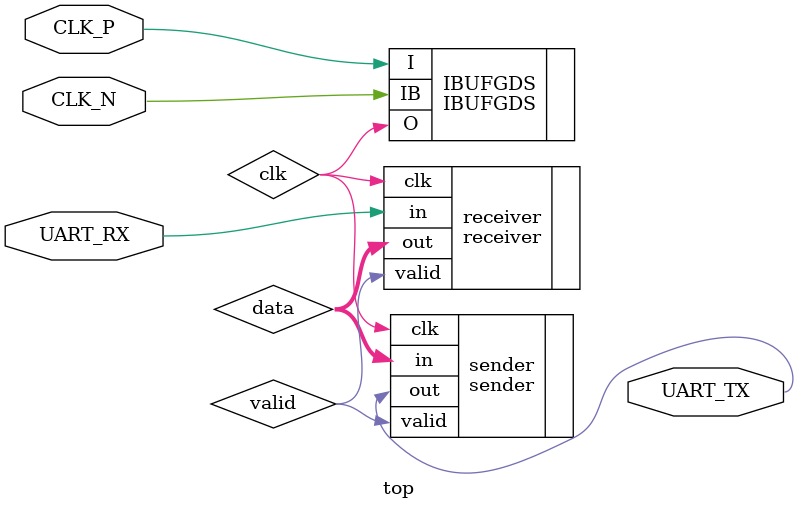
<source format=sv>
module top #(
	//300MHz 115200baud
	//parameter RECEIVER_PERIOD = 1292,
	//parameter SENDER_PERIOD = 2584
	//300MHz 230400baud
	//parameter RECEIVER_PERIOD = 646,
	//parameter SENDER_PERIOD = 1292
	//300MHz 460800baud
	parameter RECEIVER_PERIOD = 323,
	parameter SENDER_PERIOD = 646
) (
	input logic CLK_P,
	input logic CLK_N,
	input logic UART_RX,
	output logic UART_TX
);
	logic clk;
	IBUFGDS IBUFGDS(.I(CLK_P), .IB(CLK_N), .O(clk));
	//clk_wiz clk_wiz(.clk_in1_p(CLK_P), .clk_in1_n(CLK_N), .clk_out1(clk));

	logic valid;
	logic[7:0] data;
	receiver #(RECEIVER_PERIOD) receiver(
		.clk,
		.in(UART_RX),
		.out(data),
		.valid
	);
	sender #(SENDER_PERIOD) sender(
		.clk,
		.in(data),
		.valid,
		.out(UART_TX)
	);
endmodule

</source>
